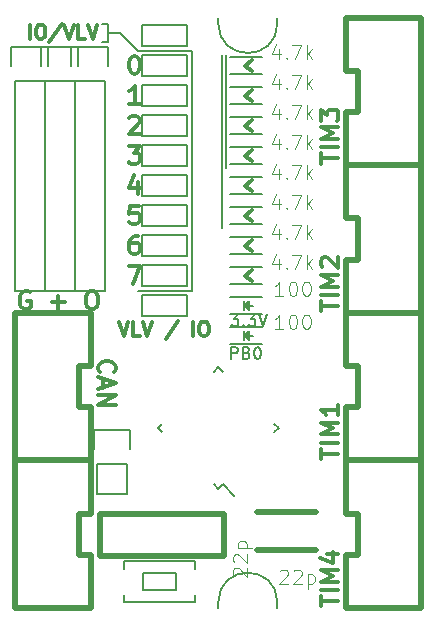
<source format=gbr>
G04 #@! TF.FileFunction,Legend,Top*
%FSLAX46Y46*%
G04 Gerber Fmt 4.6, Leading zero omitted, Abs format (unit mm)*
G04 Created by KiCad (PCBNEW 4.0.4-stable) date 12/09/16 20:23:21*
%MOMM*%
%LPD*%
G01*
G04 APERTURE LIST*
%ADD10C,0.100000*%
%ADD11C,0.200000*%
%ADD12C,0.300000*%
%ADD13C,0.500000*%
%ADD14C,0.150000*%
%ADD15C,0.101600*%
G04 APERTURE END LIST*
D10*
D11*
X18161000Y-3175000D02*
X18161000Y-12700000D01*
X17780000Y-3175000D02*
X17780000Y-17780000D01*
X22500000Y-49500000D02*
X22500000Y-50000000D01*
X17500000Y-49500000D02*
X17500000Y-50000000D01*
X17500000Y0D02*
X17500000Y-500000D01*
X22500000Y-500000D02*
X22500000Y0D01*
D12*
X9914001Y-21022571D02*
X10914001Y-21022571D01*
X10271144Y-22522571D01*
X10699715Y-18482571D02*
X10414001Y-18482571D01*
X10271144Y-18554000D01*
X10199715Y-18625429D01*
X10056858Y-18839714D01*
X9985429Y-19125429D01*
X9985429Y-19696857D01*
X10056858Y-19839714D01*
X10128286Y-19911143D01*
X10271144Y-19982571D01*
X10556858Y-19982571D01*
X10699715Y-19911143D01*
X10771144Y-19839714D01*
X10842572Y-19696857D01*
X10842572Y-19339714D01*
X10771144Y-19196857D01*
X10699715Y-19125429D01*
X10556858Y-19054000D01*
X10271144Y-19054000D01*
X10128286Y-19125429D01*
X10056858Y-19196857D01*
X9985429Y-19339714D01*
X10771144Y-15942571D02*
X10056858Y-15942571D01*
X9985429Y-16656857D01*
X10056858Y-16585429D01*
X10199715Y-16514000D01*
X10556858Y-16514000D01*
X10699715Y-16585429D01*
X10771144Y-16656857D01*
X10842572Y-16799714D01*
X10842572Y-17156857D01*
X10771144Y-17299714D01*
X10699715Y-17371143D01*
X10556858Y-17442571D01*
X10199715Y-17442571D01*
X10056858Y-17371143D01*
X9985429Y-17299714D01*
X10699715Y-13902571D02*
X10699715Y-14902571D01*
X10342572Y-13331143D02*
X9985429Y-14402571D01*
X10914001Y-14402571D01*
X9914001Y-10862571D02*
X10842572Y-10862571D01*
X10342572Y-11434000D01*
X10556858Y-11434000D01*
X10699715Y-11505429D01*
X10771144Y-11576857D01*
X10842572Y-11719714D01*
X10842572Y-12076857D01*
X10771144Y-12219714D01*
X10699715Y-12291143D01*
X10556858Y-12362571D01*
X10128286Y-12362571D01*
X9985429Y-12291143D01*
X9914001Y-12219714D01*
X9985429Y-8465429D02*
X10056858Y-8394000D01*
X10199715Y-8322571D01*
X10556858Y-8322571D01*
X10699715Y-8394000D01*
X10771144Y-8465429D01*
X10842572Y-8608286D01*
X10842572Y-8751143D01*
X10771144Y-8965429D01*
X9914001Y-9822571D01*
X10842572Y-9822571D01*
X10842572Y-7282571D02*
X9985429Y-7282571D01*
X10414001Y-7282571D02*
X10414001Y-5782571D01*
X10271144Y-5996857D01*
X10128286Y-6139714D01*
X9985429Y-6211143D01*
X10342572Y-3242571D02*
X10485429Y-3242571D01*
X10628286Y-3314000D01*
X10699715Y-3385429D01*
X10771144Y-3528286D01*
X10842572Y-3814000D01*
X10842572Y-4171143D01*
X10771144Y-4456857D01*
X10699715Y-4599714D01*
X10628286Y-4671143D01*
X10485429Y-4742571D01*
X10342572Y-4742571D01*
X10199715Y-4671143D01*
X10128286Y-4599714D01*
X10056858Y-4456857D01*
X9985429Y-4171143D01*
X9985429Y-3814000D01*
X10056858Y-3528286D01*
X10128286Y-3385429D01*
X10199715Y-3314000D01*
X10342572Y-3242571D01*
X1546571Y-1812857D02*
X1546571Y-612857D01*
X2346572Y-612857D02*
X2575143Y-612857D01*
X2689429Y-670000D01*
X2803715Y-784286D01*
X2860857Y-1012857D01*
X2860857Y-1412857D01*
X2803715Y-1641429D01*
X2689429Y-1755714D01*
X2575143Y-1812857D01*
X2346572Y-1812857D01*
X2232286Y-1755714D01*
X2118000Y-1641429D01*
X2060857Y-1412857D01*
X2060857Y-1012857D01*
X2118000Y-784286D01*
X2232286Y-670000D01*
X2346572Y-612857D01*
X4232286Y-555714D02*
X3203715Y-2098571D01*
X4460858Y-612857D02*
X4860858Y-1812857D01*
X5260858Y-612857D01*
X6232286Y-1812857D02*
X5660857Y-1812857D01*
X5660857Y-612857D01*
X6460858Y-612857D02*
X6860858Y-1812857D01*
X7260858Y-612857D01*
D11*
X8128000Y-2032000D02*
X7620000Y-2032000D01*
X8128000Y-508000D02*
X7620000Y-508000D01*
X8128000Y-508000D02*
X8128000Y-2032000D01*
X9144000Y-1270000D02*
X8128000Y-1270000D01*
X10668000Y-2794000D02*
X9144000Y-1270000D01*
X15240000Y-23114000D02*
X15240000Y-2794000D01*
X10668000Y-23114000D02*
X15240000Y-23114000D01*
X15240000Y-2794000D02*
X10668000Y-2794000D01*
D12*
X26178571Y-49857143D02*
X26178571Y-49000000D01*
X27678571Y-49428571D02*
X26178571Y-49428571D01*
X27678571Y-48500000D02*
X26178571Y-48500000D01*
X27678571Y-47785714D02*
X26178571Y-47785714D01*
X27250000Y-47285714D01*
X26178571Y-46785714D01*
X27678571Y-46785714D01*
X26678571Y-45428571D02*
X27678571Y-45428571D01*
X26107143Y-45785714D02*
X27178571Y-46142857D01*
X27178571Y-45214285D01*
X26178571Y-37357143D02*
X26178571Y-36500000D01*
X27678571Y-36928571D02*
X26178571Y-36928571D01*
X27678571Y-36000000D02*
X26178571Y-36000000D01*
X27678571Y-35285714D02*
X26178571Y-35285714D01*
X27250000Y-34785714D01*
X26178571Y-34285714D01*
X27678571Y-34285714D01*
X27678571Y-32785714D02*
X27678571Y-33642857D01*
X27678571Y-33214285D02*
X26178571Y-33214285D01*
X26392857Y-33357142D01*
X26535714Y-33500000D01*
X26607143Y-33642857D01*
X26178571Y-24857143D02*
X26178571Y-24000000D01*
X27678571Y-24428571D02*
X26178571Y-24428571D01*
X27678571Y-23500000D02*
X26178571Y-23500000D01*
X27678571Y-22785714D02*
X26178571Y-22785714D01*
X27250000Y-22285714D01*
X26178571Y-21785714D01*
X27678571Y-21785714D01*
X26321429Y-21142857D02*
X26250000Y-21071428D01*
X26178571Y-20928571D01*
X26178571Y-20571428D01*
X26250000Y-20428571D01*
X26321429Y-20357142D01*
X26464286Y-20285714D01*
X26607143Y-20285714D01*
X26821429Y-20357142D01*
X27678571Y-21214285D01*
X27678571Y-20285714D01*
X26178571Y-12357143D02*
X26178571Y-11500000D01*
X27678571Y-11928571D02*
X26178571Y-11928571D01*
X27678571Y-11000000D02*
X26178571Y-11000000D01*
X27678571Y-10285714D02*
X26178571Y-10285714D01*
X27250000Y-9785714D01*
X26178571Y-9285714D01*
X27678571Y-9285714D01*
X26178571Y-8714285D02*
X26178571Y-7785714D01*
X26750000Y-8285714D01*
X26750000Y-8071428D01*
X26821429Y-7928571D01*
X26892857Y-7857142D01*
X27035714Y-7785714D01*
X27392857Y-7785714D01*
X27535714Y-7857142D01*
X27607143Y-7928571D01*
X27678571Y-8071428D01*
X27678571Y-8500000D01*
X27607143Y-8642857D01*
X27535714Y-8714285D01*
X1535714Y-23250000D02*
X1392857Y-23178571D01*
X1178571Y-23178571D01*
X964286Y-23250000D01*
X821428Y-23392857D01*
X750000Y-23535714D01*
X678571Y-23821429D01*
X678571Y-24035714D01*
X750000Y-24321429D01*
X821428Y-24464286D01*
X964286Y-24607143D01*
X1178571Y-24678571D01*
X1321428Y-24678571D01*
X1535714Y-24607143D01*
X1607143Y-24535714D01*
X1607143Y-24035714D01*
X1321428Y-24035714D01*
X3392857Y-24107143D02*
X4535714Y-24107143D01*
X3964285Y-24678571D02*
X3964285Y-23535714D01*
X6678571Y-23178571D02*
X6964285Y-23178571D01*
X7107143Y-23250000D01*
X7250000Y-23392857D01*
X7321428Y-23678571D01*
X7321428Y-24178571D01*
X7250000Y-24464286D01*
X7107143Y-24607143D01*
X6964285Y-24678571D01*
X6678571Y-24678571D01*
X6535714Y-24607143D01*
X6392857Y-24464286D01*
X6321428Y-24178571D01*
X6321428Y-23678571D01*
X6392857Y-23392857D01*
X6535714Y-23250000D01*
X6678571Y-23178571D01*
X7464286Y-30035715D02*
X7392857Y-29964286D01*
X7321429Y-29750000D01*
X7321429Y-29607143D01*
X7392857Y-29392858D01*
X7535714Y-29250000D01*
X7678571Y-29178572D01*
X7964286Y-29107143D01*
X8178571Y-29107143D01*
X8464286Y-29178572D01*
X8607143Y-29250000D01*
X8750000Y-29392858D01*
X8821429Y-29607143D01*
X8821429Y-29750000D01*
X8750000Y-29964286D01*
X8678571Y-30035715D01*
X7750000Y-30607143D02*
X7750000Y-31321429D01*
X7321429Y-30464286D02*
X8821429Y-30964286D01*
X7321429Y-31464286D01*
X7321429Y-31964286D02*
X8821429Y-31964286D01*
X7321429Y-32821429D01*
X8821429Y-32821429D01*
D11*
X18573905Y-28900381D02*
X18573905Y-27900381D01*
X18954858Y-27900381D01*
X19050096Y-27948000D01*
X19097715Y-27995619D01*
X19145334Y-28090857D01*
X19145334Y-28233714D01*
X19097715Y-28328952D01*
X19050096Y-28376571D01*
X18954858Y-28424190D01*
X18573905Y-28424190D01*
X19907239Y-28376571D02*
X20050096Y-28424190D01*
X20097715Y-28471810D01*
X20145334Y-28567048D01*
X20145334Y-28709905D01*
X20097715Y-28805143D01*
X20050096Y-28852762D01*
X19954858Y-28900381D01*
X19573905Y-28900381D01*
X19573905Y-27900381D01*
X19907239Y-27900381D01*
X20002477Y-27948000D01*
X20050096Y-27995619D01*
X20097715Y-28090857D01*
X20097715Y-28186095D01*
X20050096Y-28281333D01*
X20002477Y-28328952D01*
X19907239Y-28376571D01*
X19573905Y-28376571D01*
X20764381Y-27900381D02*
X20859620Y-27900381D01*
X20954858Y-27948000D01*
X21002477Y-27995619D01*
X21050096Y-28090857D01*
X21097715Y-28281333D01*
X21097715Y-28519429D01*
X21050096Y-28709905D01*
X21002477Y-28805143D01*
X20954858Y-28852762D01*
X20859620Y-28900381D01*
X20764381Y-28900381D01*
X20669143Y-28852762D01*
X20621524Y-28805143D01*
X20573905Y-28709905D01*
X20526286Y-28519429D01*
X20526286Y-28281333D01*
X20573905Y-28090857D01*
X20621524Y-27995619D01*
X20669143Y-27948000D01*
X20764381Y-27900381D01*
X18589810Y-25106381D02*
X19208858Y-25106381D01*
X18875524Y-25487333D01*
X19018382Y-25487333D01*
X19113620Y-25534952D01*
X19161239Y-25582571D01*
X19208858Y-25677810D01*
X19208858Y-25915905D01*
X19161239Y-26011143D01*
X19113620Y-26058762D01*
X19018382Y-26106381D01*
X18732667Y-26106381D01*
X18637429Y-26058762D01*
X18589810Y-26011143D01*
X19637429Y-26011143D02*
X19685048Y-26058762D01*
X19637429Y-26106381D01*
X19589810Y-26058762D01*
X19637429Y-26011143D01*
X19637429Y-26106381D01*
X20018381Y-25106381D02*
X20637429Y-25106381D01*
X20304095Y-25487333D01*
X20446953Y-25487333D01*
X20542191Y-25534952D01*
X20589810Y-25582571D01*
X20637429Y-25677810D01*
X20637429Y-25915905D01*
X20589810Y-26011143D01*
X20542191Y-26058762D01*
X20446953Y-26106381D01*
X20161238Y-26106381D01*
X20066000Y-26058762D01*
X20018381Y-26011143D01*
X20923143Y-25106381D02*
X21256476Y-26106381D01*
X21589810Y-25106381D01*
D12*
X9096857Y-25758857D02*
X9496857Y-26958857D01*
X9896857Y-25758857D01*
X10868285Y-26958857D02*
X10296856Y-26958857D01*
X10296856Y-25758857D01*
X11096857Y-25758857D02*
X11496857Y-26958857D01*
X11896857Y-25758857D01*
X14068285Y-25701714D02*
X13039714Y-27244571D01*
X15382571Y-26958857D02*
X15382571Y-25758857D01*
X16182572Y-25758857D02*
X16411143Y-25758857D01*
X16525429Y-25816000D01*
X16639715Y-25930286D01*
X16696857Y-26158857D01*
X16696857Y-26558857D01*
X16639715Y-26787429D01*
X16525429Y-26901714D01*
X16411143Y-26958857D01*
X16182572Y-26958857D01*
X16068286Y-26901714D01*
X15954000Y-26787429D01*
X15896857Y-26558857D01*
X15896857Y-26158857D01*
X15954000Y-25930286D01*
X16068286Y-25816000D01*
X16182572Y-25758857D01*
D11*
X17500000Y-500000D02*
G75*
G03X22500000Y-500000I2500000J0D01*
G01*
X22500000Y-49500000D02*
G75*
G03X17500000Y-49500000I-2500000J0D01*
G01*
D13*
X28300000Y-25000000D02*
X28300000Y-29500000D01*
X28300000Y-29500000D02*
X29300000Y-29500000D01*
X29300000Y-29500000D02*
X29300000Y-33000000D01*
X29300000Y-33000000D02*
X28300000Y-33000000D01*
X28300000Y-33000000D02*
X28300000Y-37500000D01*
X34700000Y-37500000D02*
X34700000Y-25000000D01*
X28300000Y-37500000D02*
X34700000Y-37500000D01*
X34700000Y-25000000D02*
X28300000Y-25000000D01*
X6700000Y-50000000D02*
X6700000Y-45500000D01*
X6700000Y-45500000D02*
X5700000Y-45500000D01*
X5700000Y-45500000D02*
X5700000Y-42000000D01*
X5700000Y-42000000D02*
X6700000Y-42000000D01*
X6700000Y-42000000D02*
X6700000Y-37500000D01*
X300000Y-37500000D02*
X300000Y-50000000D01*
X6700000Y-37500000D02*
X300000Y-37500000D01*
X300000Y-50000000D02*
X6700000Y-50000000D01*
D14*
X18466000Y-25134000D02*
X21166000Y-25134000D01*
X18466000Y-23634000D02*
X21166000Y-23634000D01*
X19966000Y-24534000D02*
X19966000Y-24284000D01*
X19966000Y-24284000D02*
X19816000Y-24434000D01*
X19716000Y-24034000D02*
X19716000Y-24734000D01*
X20066000Y-24384000D02*
X20416000Y-24384000D01*
X19716000Y-24384000D02*
X20066000Y-24034000D01*
X20066000Y-24034000D02*
X20066000Y-24734000D01*
X20066000Y-24734000D02*
X19716000Y-24384000D01*
X18466000Y-27674000D02*
X21166000Y-27674000D01*
X18466000Y-26174000D02*
X21166000Y-26174000D01*
X19966000Y-27074000D02*
X19966000Y-26824000D01*
X19966000Y-26824000D02*
X19816000Y-26974000D01*
X19716000Y-26574000D02*
X19716000Y-27274000D01*
X20066000Y-26924000D02*
X20416000Y-26924000D01*
X19716000Y-26924000D02*
X20066000Y-26574000D01*
X20066000Y-26574000D02*
X20066000Y-27274000D01*
X20066000Y-27274000D02*
X19716000Y-26924000D01*
X13900000Y-48450000D02*
X11100000Y-48450000D01*
X11100000Y-48450000D02*
X11100000Y-47050000D01*
X11100000Y-47050000D02*
X13900000Y-47050000D01*
X13900000Y-47050000D02*
X13900000Y-48450000D01*
X9500000Y-49500000D02*
X9500000Y-48850000D01*
X9500000Y-46000000D02*
X9500000Y-46650000D01*
X15500000Y-46650000D02*
X15500000Y-46000000D01*
X15500000Y-49500000D02*
X15500000Y-48850000D01*
X9500000Y-49500000D02*
X15500000Y-49500000D01*
X15500000Y-46000000D02*
X9500000Y-46000000D01*
X17500000Y-39876524D02*
X17871231Y-39505293D01*
X12373476Y-34750000D02*
X12744707Y-34378769D01*
X17500000Y-29623476D02*
X17128769Y-29994707D01*
X22626524Y-34750000D02*
X22255293Y-35121231D01*
X17500000Y-39876524D02*
X17128769Y-39505293D01*
X22626524Y-34750000D02*
X22255293Y-34378769D01*
X17500000Y-29623476D02*
X17871231Y-29994707D01*
X12373476Y-34750000D02*
X12744707Y-35121231D01*
X17871231Y-39505293D02*
X18843503Y-40477565D01*
D13*
X20750000Y-45100000D02*
X25750000Y-45100000D01*
X25750000Y-41900000D02*
X20750000Y-41900000D01*
X7500000Y-42050000D02*
X7500000Y-45550000D01*
X18000000Y-42050000D02*
X7500000Y-42050000D01*
X18000000Y-45550000D02*
X7500000Y-45550000D01*
X18000000Y-45550000D02*
X18000000Y-42050000D01*
D14*
X9770000Y-37770000D02*
X9770000Y-40310000D01*
X10050000Y-34950000D02*
X10050000Y-36500000D01*
X9770000Y-37770000D02*
X7230000Y-37770000D01*
X6950000Y-36500000D02*
X6950000Y-34950000D01*
X6950000Y-34950000D02*
X10050000Y-34950000D01*
X7230000Y-37770000D02*
X7230000Y-40310000D01*
X7230000Y-40310000D02*
X9770000Y-40310000D01*
X11049000Y-4953000D02*
X14859000Y-4953000D01*
X14859000Y-4953000D02*
X14859000Y-3175000D01*
X14859000Y-3175000D02*
X11049000Y-3175000D01*
X11049000Y-4953000D02*
X11049000Y-3175000D01*
X11049000Y-15113000D02*
X14859000Y-15113000D01*
X14859000Y-15113000D02*
X14859000Y-13335000D01*
X14859000Y-13335000D02*
X11049000Y-13335000D01*
X11049000Y-15113000D02*
X11049000Y-13335000D01*
X11049000Y-7493000D02*
X14859000Y-7493000D01*
X14859000Y-7493000D02*
X14859000Y-5715000D01*
X14859000Y-5715000D02*
X11049000Y-5715000D01*
X11049000Y-7493000D02*
X11049000Y-5715000D01*
X11049000Y-17653000D02*
X14859000Y-17653000D01*
X14859000Y-17653000D02*
X14859000Y-15875000D01*
X14859000Y-15875000D02*
X11049000Y-15875000D01*
X11049000Y-17653000D02*
X11049000Y-15875000D01*
X11049000Y-20193000D02*
X14859000Y-20193000D01*
X14859000Y-20193000D02*
X14859000Y-18415000D01*
X14859000Y-18415000D02*
X11049000Y-18415000D01*
X11049000Y-20193000D02*
X11049000Y-18415000D01*
X11049000Y-10033000D02*
X14859000Y-10033000D01*
X14859000Y-10033000D02*
X14859000Y-8255000D01*
X14859000Y-8255000D02*
X11049000Y-8255000D01*
X11049000Y-10033000D02*
X11049000Y-8255000D01*
X11049000Y-22733000D02*
X14859000Y-22733000D01*
X14859000Y-22733000D02*
X14859000Y-20955000D01*
X14859000Y-20955000D02*
X11049000Y-20955000D01*
X11049000Y-22733000D02*
X11049000Y-20955000D01*
X11049000Y-12573000D02*
X14859000Y-12573000D01*
X14859000Y-12573000D02*
X14859000Y-10795000D01*
X14859000Y-10795000D02*
X11049000Y-10795000D01*
X11049000Y-12573000D02*
X11049000Y-10795000D01*
X11049000Y-2413000D02*
X14859000Y-2413000D01*
X14859000Y-2413000D02*
X14859000Y-635000D01*
X14859000Y-635000D02*
X11049000Y-635000D01*
X11049000Y-2413000D02*
X11049000Y-635000D01*
D13*
X6700000Y-37500000D02*
X6700000Y-33000000D01*
X6700000Y-33000000D02*
X5700000Y-33000000D01*
X5700000Y-33000000D02*
X5700000Y-29500000D01*
X5700000Y-29500000D02*
X6700000Y-29500000D01*
X6700000Y-29500000D02*
X6700000Y-25000000D01*
X300000Y-25000000D02*
X300000Y-37500000D01*
X6700000Y-25000000D02*
X300000Y-25000000D01*
X300000Y-37500000D02*
X6700000Y-37500000D01*
D14*
X5334000Y-5334000D02*
X5334000Y-23114000D01*
X5334000Y-23114000D02*
X2794000Y-23114000D01*
X2794000Y-23114000D02*
X2794000Y-5334000D01*
X5614000Y-2514000D02*
X5614000Y-4064000D01*
X5334000Y-5334000D02*
X2794000Y-5334000D01*
X2514000Y-4064000D02*
X2514000Y-2514000D01*
X2514000Y-2514000D02*
X5614000Y-2514000D01*
D13*
X28300000Y-12500000D02*
X28300000Y-17000000D01*
X28300000Y-17000000D02*
X29300000Y-17000000D01*
X29300000Y-17000000D02*
X29300000Y-20500000D01*
X29300000Y-20500000D02*
X28300000Y-20500000D01*
X28300000Y-20500000D02*
X28300000Y-25000000D01*
X34700000Y-25000000D02*
X34700000Y-12500000D01*
X28300000Y-25000000D02*
X34700000Y-25000000D01*
X34700000Y-12500000D02*
X28300000Y-12500000D01*
X28300000Y0D02*
X28300000Y-4500000D01*
X28300000Y-4500000D02*
X29300000Y-4500000D01*
X29300000Y-4500000D02*
X29300000Y-8000000D01*
X29300000Y-8000000D02*
X28300000Y-8000000D01*
X28300000Y-8000000D02*
X28300000Y-12500000D01*
X34700000Y-12500000D02*
X34700000Y0D01*
X28300000Y-12500000D02*
X34700000Y-12500000D01*
X34700000Y0D02*
X28300000Y0D01*
X28300000Y-37500000D02*
X28300000Y-42000000D01*
X28300000Y-42000000D02*
X29300000Y-42000000D01*
X29300000Y-42000000D02*
X29300000Y-45500000D01*
X29300000Y-45500000D02*
X28300000Y-45500000D01*
X28300000Y-45500000D02*
X28300000Y-50000000D01*
X34700000Y-50000000D02*
X34700000Y-37500000D01*
X28300000Y-50000000D02*
X34700000Y-50000000D01*
X34700000Y-37500000D02*
X28300000Y-37500000D01*
D14*
X7874000Y-5334000D02*
X7874000Y-23114000D01*
X7874000Y-23114000D02*
X5334000Y-23114000D01*
X5334000Y-23114000D02*
X5334000Y-5334000D01*
X8154000Y-2514000D02*
X8154000Y-4064000D01*
X7874000Y-5334000D02*
X5334000Y-5334000D01*
X5054000Y-4064000D02*
X5054000Y-2514000D01*
X5054000Y-2514000D02*
X8154000Y-2514000D01*
X2794000Y-5334000D02*
X2794000Y-23114000D01*
X2794000Y-23114000D02*
X254000Y-23114000D01*
X254000Y-23114000D02*
X254000Y-5334000D01*
X3074000Y-2514000D02*
X3074000Y-4064000D01*
X2794000Y-5334000D02*
X254000Y-5334000D01*
X-26000Y-4064000D02*
X-26000Y-2514000D01*
X-26000Y-2514000D02*
X3074000Y-2514000D01*
D12*
X19766000Y-4064000D02*
X20366000Y-4564000D01*
X19766000Y-4064000D02*
X20366000Y-3564000D01*
D14*
X18466000Y-4814000D02*
X21166000Y-4814000D01*
X18466000Y-3314000D02*
X21166000Y-3314000D01*
D12*
X19766000Y-6604000D02*
X20366000Y-7104000D01*
X19766000Y-6604000D02*
X20366000Y-6104000D01*
D14*
X18466000Y-7354000D02*
X21166000Y-7354000D01*
X18466000Y-5854000D02*
X21166000Y-5854000D01*
D12*
X19766000Y-9144000D02*
X20366000Y-9644000D01*
X19766000Y-9144000D02*
X20366000Y-8644000D01*
D14*
X18466000Y-9894000D02*
X21166000Y-9894000D01*
X18466000Y-8394000D02*
X21166000Y-8394000D01*
D12*
X19766000Y-11684000D02*
X20366000Y-12184000D01*
X19766000Y-11684000D02*
X20366000Y-11184000D01*
D14*
X18466000Y-12434000D02*
X21166000Y-12434000D01*
X18466000Y-10934000D02*
X21166000Y-10934000D01*
D12*
X19766000Y-14224000D02*
X20366000Y-14724000D01*
X19766000Y-14224000D02*
X20366000Y-13724000D01*
D14*
X18466000Y-14974000D02*
X21166000Y-14974000D01*
X18466000Y-13474000D02*
X21166000Y-13474000D01*
D12*
X19766000Y-16764000D02*
X20366000Y-17264000D01*
X19766000Y-16764000D02*
X20366000Y-16264000D01*
D14*
X18466000Y-17514000D02*
X21166000Y-17514000D01*
X18466000Y-16014000D02*
X21166000Y-16014000D01*
D12*
X19766000Y-19304000D02*
X20366000Y-19804000D01*
X19766000Y-19304000D02*
X20366000Y-18804000D01*
D14*
X18466000Y-20054000D02*
X21166000Y-20054000D01*
X18466000Y-18554000D02*
X21166000Y-18554000D01*
D12*
X19766000Y-21844000D02*
X20366000Y-22344000D01*
X19766000Y-21844000D02*
X20366000Y-21344000D01*
D14*
X18466000Y-22594000D02*
X21166000Y-22594000D01*
X18466000Y-21094000D02*
X21166000Y-21094000D01*
X11049000Y-25273000D02*
X14859000Y-25273000D01*
X14859000Y-25273000D02*
X14859000Y-23495000D01*
X14859000Y-23495000D02*
X11049000Y-23495000D01*
X11049000Y-25273000D02*
X11049000Y-23495000D01*
D15*
X18850952Y-47270190D02*
X18793500Y-47212738D01*
X18736048Y-47097833D01*
X18736048Y-46810571D01*
X18793500Y-46695667D01*
X18850952Y-46638214D01*
X18965857Y-46580762D01*
X19080762Y-46580762D01*
X19253119Y-46638214D01*
X19942548Y-47327643D01*
X19942548Y-46580762D01*
X18850952Y-46121142D02*
X18793500Y-46063690D01*
X18736048Y-45948785D01*
X18736048Y-45661523D01*
X18793500Y-45546619D01*
X18850952Y-45489166D01*
X18965857Y-45431714D01*
X19080762Y-45431714D01*
X19253119Y-45489166D01*
X19942548Y-46178595D01*
X19942548Y-45431714D01*
X19138214Y-44914642D02*
X20344714Y-44914642D01*
X19195667Y-44914642D02*
X19138214Y-44799737D01*
X19138214Y-44569928D01*
X19195667Y-44455023D01*
X19253119Y-44397571D01*
X19368024Y-44340118D01*
X19712738Y-44340118D01*
X19827643Y-44397571D01*
X19885095Y-44455023D01*
X19942548Y-44569928D01*
X19942548Y-44799737D01*
X19885095Y-44914642D01*
X22729810Y-46850952D02*
X22787262Y-46793500D01*
X22902167Y-46736048D01*
X23189429Y-46736048D01*
X23304333Y-46793500D01*
X23361786Y-46850952D01*
X23419238Y-46965857D01*
X23419238Y-47080762D01*
X23361786Y-47253119D01*
X22672357Y-47942548D01*
X23419238Y-47942548D01*
X23878858Y-46850952D02*
X23936310Y-46793500D01*
X24051215Y-46736048D01*
X24338477Y-46736048D01*
X24453381Y-46793500D01*
X24510834Y-46850952D01*
X24568286Y-46965857D01*
X24568286Y-47080762D01*
X24510834Y-47253119D01*
X23821405Y-47942548D01*
X24568286Y-47942548D01*
X25085358Y-47138214D02*
X25085358Y-48344714D01*
X25085358Y-47195667D02*
X25200263Y-47138214D01*
X25430072Y-47138214D01*
X25544977Y-47195667D01*
X25602429Y-47253119D01*
X25659882Y-47368024D01*
X25659882Y-47712738D01*
X25602429Y-47827643D01*
X25544977Y-47885095D01*
X25430072Y-47942548D01*
X25200263Y-47942548D01*
X25085358Y-47885095D01*
X23017238Y-23564548D02*
X22327810Y-23564548D01*
X22672524Y-23564548D02*
X22672524Y-22358048D01*
X22557619Y-22530405D01*
X22442714Y-22645310D01*
X22327810Y-22702762D01*
X23764119Y-22358048D02*
X23879024Y-22358048D01*
X23993929Y-22415500D01*
X24051381Y-22472952D01*
X24108834Y-22587857D01*
X24166286Y-22817667D01*
X24166286Y-23104929D01*
X24108834Y-23334738D01*
X24051381Y-23449643D01*
X23993929Y-23507095D01*
X23879024Y-23564548D01*
X23764119Y-23564548D01*
X23649215Y-23507095D01*
X23591762Y-23449643D01*
X23534310Y-23334738D01*
X23476858Y-23104929D01*
X23476858Y-22817667D01*
X23534310Y-22587857D01*
X23591762Y-22472952D01*
X23649215Y-22415500D01*
X23764119Y-22358048D01*
X24913167Y-22358048D02*
X25028072Y-22358048D01*
X25142977Y-22415500D01*
X25200429Y-22472952D01*
X25257882Y-22587857D01*
X25315334Y-22817667D01*
X25315334Y-23104929D01*
X25257882Y-23334738D01*
X25200429Y-23449643D01*
X25142977Y-23507095D01*
X25028072Y-23564548D01*
X24913167Y-23564548D01*
X24798263Y-23507095D01*
X24740810Y-23449643D01*
X24683358Y-23334738D01*
X24625906Y-23104929D01*
X24625906Y-22817667D01*
X24683358Y-22587857D01*
X24740810Y-22472952D01*
X24798263Y-22415500D01*
X24913167Y-22358048D01*
X23017238Y-26358548D02*
X22327810Y-26358548D01*
X22672524Y-26358548D02*
X22672524Y-25152048D01*
X22557619Y-25324405D01*
X22442714Y-25439310D01*
X22327810Y-25496762D01*
X23764119Y-25152048D02*
X23879024Y-25152048D01*
X23993929Y-25209500D01*
X24051381Y-25266952D01*
X24108834Y-25381857D01*
X24166286Y-25611667D01*
X24166286Y-25898929D01*
X24108834Y-26128738D01*
X24051381Y-26243643D01*
X23993929Y-26301095D01*
X23879024Y-26358548D01*
X23764119Y-26358548D01*
X23649215Y-26301095D01*
X23591762Y-26243643D01*
X23534310Y-26128738D01*
X23476858Y-25898929D01*
X23476858Y-25611667D01*
X23534310Y-25381857D01*
X23591762Y-25266952D01*
X23649215Y-25209500D01*
X23764119Y-25152048D01*
X24913167Y-25152048D02*
X25028072Y-25152048D01*
X25142977Y-25209500D01*
X25200429Y-25266952D01*
X25257882Y-25381857D01*
X25315334Y-25611667D01*
X25315334Y-25898929D01*
X25257882Y-26128738D01*
X25200429Y-26243643D01*
X25142977Y-26301095D01*
X25028072Y-26358548D01*
X24913167Y-26358548D01*
X24798263Y-26301095D01*
X24740810Y-26243643D01*
X24683358Y-26128738D01*
X24625906Y-25898929D01*
X24625906Y-25611667D01*
X24683358Y-25381857D01*
X24740810Y-25266952D01*
X24798263Y-25209500D01*
X24913167Y-25152048D01*
X22648333Y-2694214D02*
X22648333Y-3498548D01*
X22361071Y-2234595D02*
X22073810Y-3096381D01*
X22820690Y-3096381D01*
X23280310Y-3383643D02*
X23337762Y-3441095D01*
X23280310Y-3498548D01*
X23222858Y-3441095D01*
X23280310Y-3383643D01*
X23280310Y-3498548D01*
X23739929Y-2292048D02*
X24544262Y-2292048D01*
X24027191Y-3498548D01*
X25003882Y-3498548D02*
X25003882Y-2292048D01*
X25118787Y-3038929D02*
X25463501Y-3498548D01*
X25463501Y-2694214D02*
X25003882Y-3153833D01*
X22648333Y-5234214D02*
X22648333Y-6038548D01*
X22361071Y-4774595D02*
X22073810Y-5636381D01*
X22820690Y-5636381D01*
X23280310Y-5923643D02*
X23337762Y-5981095D01*
X23280310Y-6038548D01*
X23222858Y-5981095D01*
X23280310Y-5923643D01*
X23280310Y-6038548D01*
X23739929Y-4832048D02*
X24544262Y-4832048D01*
X24027191Y-6038548D01*
X25003882Y-6038548D02*
X25003882Y-4832048D01*
X25118787Y-5578929D02*
X25463501Y-6038548D01*
X25463501Y-5234214D02*
X25003882Y-5693833D01*
X22648333Y-7774214D02*
X22648333Y-8578548D01*
X22361071Y-7314595D02*
X22073810Y-8176381D01*
X22820690Y-8176381D01*
X23280310Y-8463643D02*
X23337762Y-8521095D01*
X23280310Y-8578548D01*
X23222858Y-8521095D01*
X23280310Y-8463643D01*
X23280310Y-8578548D01*
X23739929Y-7372048D02*
X24544262Y-7372048D01*
X24027191Y-8578548D01*
X25003882Y-8578548D02*
X25003882Y-7372048D01*
X25118787Y-8118929D02*
X25463501Y-8578548D01*
X25463501Y-7774214D02*
X25003882Y-8233833D01*
X22648333Y-10314214D02*
X22648333Y-11118548D01*
X22361071Y-9854595D02*
X22073810Y-10716381D01*
X22820690Y-10716381D01*
X23280310Y-11003643D02*
X23337762Y-11061095D01*
X23280310Y-11118548D01*
X23222858Y-11061095D01*
X23280310Y-11003643D01*
X23280310Y-11118548D01*
X23739929Y-9912048D02*
X24544262Y-9912048D01*
X24027191Y-11118548D01*
X25003882Y-11118548D02*
X25003882Y-9912048D01*
X25118787Y-10658929D02*
X25463501Y-11118548D01*
X25463501Y-10314214D02*
X25003882Y-10773833D01*
X22648333Y-12854214D02*
X22648333Y-13658548D01*
X22361071Y-12394595D02*
X22073810Y-13256381D01*
X22820690Y-13256381D01*
X23280310Y-13543643D02*
X23337762Y-13601095D01*
X23280310Y-13658548D01*
X23222858Y-13601095D01*
X23280310Y-13543643D01*
X23280310Y-13658548D01*
X23739929Y-12452048D02*
X24544262Y-12452048D01*
X24027191Y-13658548D01*
X25003882Y-13658548D02*
X25003882Y-12452048D01*
X25118787Y-13198929D02*
X25463501Y-13658548D01*
X25463501Y-12854214D02*
X25003882Y-13313833D01*
X22648333Y-15394214D02*
X22648333Y-16198548D01*
X22361071Y-14934595D02*
X22073810Y-15796381D01*
X22820690Y-15796381D01*
X23280310Y-16083643D02*
X23337762Y-16141095D01*
X23280310Y-16198548D01*
X23222858Y-16141095D01*
X23280310Y-16083643D01*
X23280310Y-16198548D01*
X23739929Y-14992048D02*
X24544262Y-14992048D01*
X24027191Y-16198548D01*
X25003882Y-16198548D02*
X25003882Y-14992048D01*
X25118787Y-15738929D02*
X25463501Y-16198548D01*
X25463501Y-15394214D02*
X25003882Y-15853833D01*
X22648333Y-17934214D02*
X22648333Y-18738548D01*
X22361071Y-17474595D02*
X22073810Y-18336381D01*
X22820690Y-18336381D01*
X23280310Y-18623643D02*
X23337762Y-18681095D01*
X23280310Y-18738548D01*
X23222858Y-18681095D01*
X23280310Y-18623643D01*
X23280310Y-18738548D01*
X23739929Y-17532048D02*
X24544262Y-17532048D01*
X24027191Y-18738548D01*
X25003882Y-18738548D02*
X25003882Y-17532048D01*
X25118787Y-18278929D02*
X25463501Y-18738548D01*
X25463501Y-17934214D02*
X25003882Y-18393833D01*
X22648333Y-20474214D02*
X22648333Y-21278548D01*
X22361071Y-20014595D02*
X22073810Y-20876381D01*
X22820690Y-20876381D01*
X23280310Y-21163643D02*
X23337762Y-21221095D01*
X23280310Y-21278548D01*
X23222858Y-21221095D01*
X23280310Y-21163643D01*
X23280310Y-21278548D01*
X23739929Y-20072048D02*
X24544262Y-20072048D01*
X24027191Y-21278548D01*
X25003882Y-21278548D02*
X25003882Y-20072048D01*
X25118787Y-20818929D02*
X25463501Y-21278548D01*
X25463501Y-20474214D02*
X25003882Y-20933833D01*
M02*

</source>
